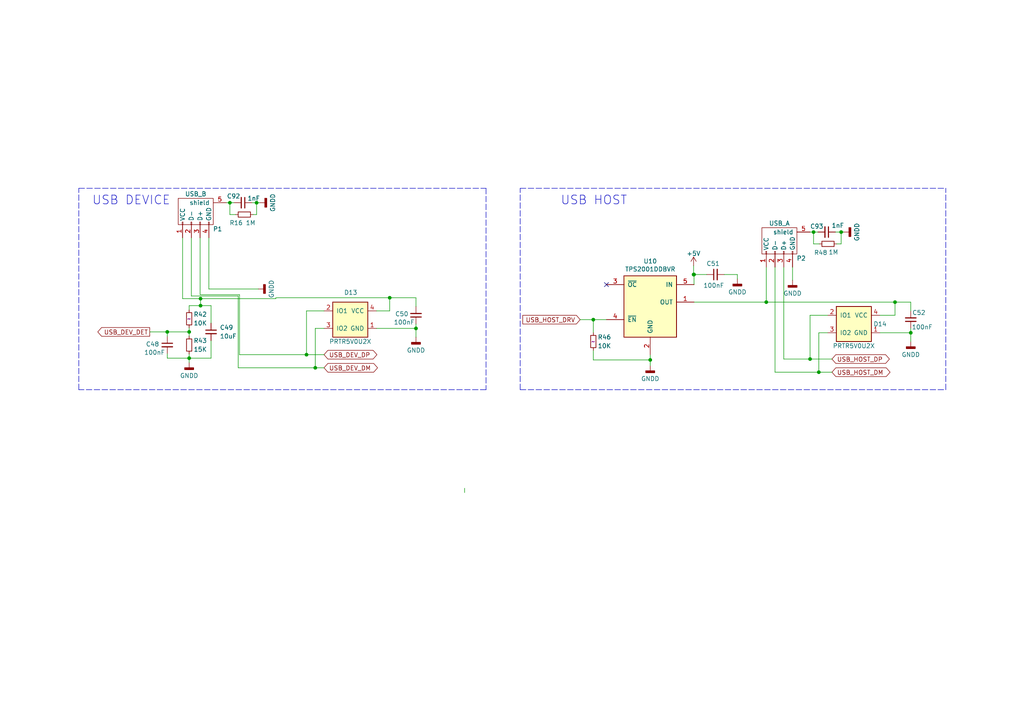
<source format=kicad_sch>
(kicad_sch (version 20211123) (generator eeschema)
  (paper "A4")
  (title_block (title "MOD Dwarf - Main Board") (date "2021-09-06") (rev "3.0") (company "MOD Devices GmbH") (comment 1 "Dwarf Audio processing board") (comment 2 "https://github.com/moddevices/hw-mod-dwarf") (comment 3 "Inp Power: 12V 500mA") (comment 4 "USB outp Power: 500mA"))
  (lib_symbols
    (symbol "Power_Management:TPS2041B" (pin_names (offset 1.016))
      (property "Reference" "U" (at 0 10.795 0))
      (property "Value" "TPS2041B" (at 0 8.89 0))
      (symbol "TPS2041B_0_1"
        (rectangle (start -7.62 7.62) (end 7.62 -10.16) (stroke (width 0.254)) (fill (type background)))
      )
      (symbol "TPS2041B_1_1"
        (pin power_out line (at 12.7 0 180) (length 5.08) (name "OUT") (number "1"))
        (pin power_in line (at 0 -15.24 90) (length 5.08) (name "GND") (number "2"))
        (pin open_collector line (at -12.7 5.08 0) (length 5.08) (name "~{OC}") (number "3"))
        (pin input line (at -12.7 -5.08 0) (length 5.08) (name "~{EN}") (number "4"))
        (pin power_in line (at 12.7 5.08 180) (length 5.08) (name "IN") (number "5"))
      )
    )
    (symbol "bottom-board-rescue:+5V-power" (power) (pin_names (offset 0))
      (property "Value" "+5V-power" (at 0 3.556 0))
      (symbol "+5V-power_0_1"
        (polyline (pts (xy -0.762 1.27) (xy 0 2.54)))
        (polyline (pts (xy 0 0) (xy 0 2.54)))
        (polyline (pts (xy 0 2.54) (xy 0.762 1.27)))
      )
      (symbol "+5V-power_1_1"
        (pin power_in line (at 0 0 90) (length 0) hide (name "+5V") (number "1"))
      )
    )
    (symbol "bottom-board-rescue:C_Small" (pin_numbers hide) (pin_names (offset 0.254) hide)
      (property "Reference" "C" (at 0.254 1.778 0))
      (property "Value" "C_Small" (at 0.254 -2.032 0))
      (symbol "C_Small_0_1"
        (polyline (pts (xy -1.524 -0.508) (xy 1.524 -0.508)) (stroke (width 0.3302)))
        (polyline (pts (xy -1.524 0.508) (xy 1.524 0.508)) (stroke (width 0.3048)))
      )
      (symbol "C_Small_1_1"
        (pin passive line (at 0 2.54 270) (length 2.032) (name "~") (number "1"))
        (pin passive line (at 0 -2.54 90) (length 2.032) (name "~") (number "2"))
      )
    )
    (symbol "bottom-board-rescue:GNDD-power" (power) (pin_names (offset 0))
      (property "Value" "GNDD-power" (at 0 -3.175 0))
      (symbol "GNDD-power_0_1"
        (rectangle (start -1.27 -1.524) (end 1.27 -2.032) (stroke (width 0.254)) (fill (type outline)))
        (polyline (pts (xy 0 0) (xy 0 -1.524)))
      )
      (symbol "GNDD-power_1_1"
        (pin power_in line (at 0 0 270) (length 0) hide (name "GNDD") (number "1"))
      )
    )
    (symbol "bottom-board-rescue:PRTR5V0U2X" (pin_names (offset 1.016))
      (property "Reference" "D" (at 0 6.35 0))
      (property "Value" "PRTR5V0U2X" (at 0 -6.35 0))
      (symbol "PRTR5V0U2X_0_1"
        (rectangle (start -5.08 5.08) (end 5.08 -5.08) (stroke (width 0.254)) (fill (type background)))
      )
      (symbol "PRTR5V0U2X_1_1"
        (pin power_in line (at -7.62 -2.54 0) (length 2.54) (name "GND") (number "1"))
        (pin passive line (at 7.62 2.54 180) (length 2.54) (name "IO1") (number "2"))
        (pin passive line (at 7.62 -2.54 180) (length 2.54) (name "IO2") (number "3"))
        (pin power_in line (at -7.62 2.54 0) (length 2.54) (name "VCC") (number "4"))
      )
    )
    (symbol "bottom-board-rescue:R_Small" (pin_numbers hide) (pin_names (offset 0.254) hide)
      (property "Reference" "R" (at 0.762 0.508 0))
      (property "Value" "R_Small" (at 0.762 -1.016 0))
      (symbol "R_Small_0_1"
        (rectangle (start -0.762 1.778) (end 0.762 -1.778) (stroke (width 0.2032)))
      )
      (symbol "R_Small_1_1"
        (pin passive line (at 0 2.54 270) (length 0.762) (name "~") (number "1"))
        (pin passive line (at 0 -2.54 90) (length 0.762) (name "~") (number "2"))
      )
    )
    (symbol "bottom-board-rescue:R_Small-Device" (pin_numbers hide) (pin_names (offset 0.254) hide)
      (property "Reference" "R" (at 0.762 0.508 0))
      (property "Value" "R_Small-Device" (at 0.762 -1.016 0))
      (symbol "R_Small-Device_0_1"
        (rectangle (start -0.762 1.778) (end 0.762 -1.778) (stroke (width 0.2032)))
      )
      (symbol "R_Small-Device_1_1"
        (pin passive line (at 0 2.54 270) (length 0.762) (name "~") (number "1"))
        (pin passive line (at 0 -2.54 90) (length 0.762) (name "~") (number "2"))
      )
    )
    (symbol "bottom-board-rescue:USB_A-RESCUE-bottom-board" (pin_names (offset 1.016))
      (property "Reference" "P" (at 5.08 -5.08 0))
      (property "Value" "USB_A-RESCUE-bottom-board" (at -1.27 5.08 0))
      (symbol "USB_A-RESCUE-bottom-board_0_1"
        (rectangle (start -6.35 -3.81) (end 3.81 3.81))
        (rectangle (start -5.207 -3.81) (end -4.953 -3.048))
        (rectangle (start -2.667 -3.81) (end -2.413 -3.048))
        (rectangle (start -0.127 -3.81) (end 0.127 -3.048))
        (rectangle (start 2.413 -3.81) (end 2.667 -3.048))
      )
      (symbol "USB_A-RESCUE-bottom-board_1_1"
        (pin power_in line (at -5.08 -7.62 90) (length 3.81) (name "VCC") (number "1"))
        (pin passive line (at -2.54 -7.62 90) (length 3.81) (name "D-") (number "2"))
        (pin passive line (at 0 -7.62 90) (length 3.81) (name "D+") (number "3"))
        (pin power_in line (at 2.54 -7.62 90) (length 3.81) (name "GND") (number "4"))
        (pin passive line (at 7.62 2.54 180) (length 3.81) (name "shield") (number "5"))
      )
    )
    (symbol "bottom-board-rescue:USB_B-RESCUE-bottom-board" (pin_names (offset 1.016))
      (property "Reference" "P" (at 5.08 -5.08 0))
      (property "Value" "USB_B-RESCUE-bottom-board" (at -1.27 5.08 0))
      (symbol "USB_B-RESCUE-bottom-board_0_1"
        (rectangle (start -6.35 -3.81) (end 3.81 3.81))
        (rectangle (start -5.207 -3.81) (end -4.953 -3.048))
        (rectangle (start -2.667 -3.81) (end -2.413 -3.048))
        (rectangle (start -0.127 -3.81) (end 0.127 -3.048))
        (rectangle (start 2.413 -3.81) (end 2.667 -3.048))
      )
      (symbol "USB_B-RESCUE-bottom-board_1_1"
        (pin power_out line (at -5.08 -7.62 90) (length 3.81) (name "VCC") (number "1"))
        (pin passive line (at -2.54 -7.62 90) (length 3.81) (name "D-") (number "2"))
        (pin passive line (at 0 -7.62 90) (length 3.81) (name "D+") (number "3"))
        (pin power_in line (at 2.54 -7.62 90) (length 3.81) (name "GND") (number "4"))
        (pin passive line (at 7.62 2.54 180) (length 3.81) (name "shield") (number "5"))
      )
    )
  )
  (junction (at 237.49 107.95))
  (junction (at 120.65 95.25))
  (junction (at 54.864 96.266))
  (junction (at 235.966 67.31))
  (junction (at 201.295 79.629))
  (junction (at 91.44 106.68))
  (junction (at 243.967 67.31))
  (junction (at 201.168 79.629))
  (junction (at 259.588 87.63))
  (junction (at 74.422 58.801))
  (junction (at 222.25 87.63))
  (junction (at 54.864 103.886))
  (junction (at 58.166 86.614))
  (junction (at 234.95 104.14))
  (junction (at 172.085 92.71))
  (junction (at 188.595 104.394))
  (junction (at 88.9 102.87))
  (junction (at 113.03 86.36))
  (junction (at 48.514 96.266))
  (junction (at 58.166 88.646))
  (junction (at 264.16 96.52))
  (junction (at 66.675 58.801))
  (no_connect (at 175.895 82.55))
  (wire (pts (xy 234.95 91.44) (xy 234.95 104.14)))
  (polyline (pts (xy 150.876 113.03) (xy 150.876 54.61)))
  (wire (pts (xy 109.22 95.25) (xy 120.65 95.25)))
  (wire (pts (xy 74.422 62.23) (xy 74.422 58.801)))
  (wire (pts (xy 61.214 103.886) (xy 61.214 98.806)))
  (wire (pts (xy 80.01 86.614) (xy 80.01 86.36)))
  (wire (pts (xy 172.085 104.394) (xy 188.595 104.394)))
  (wire (pts (xy 234.95 67.31) (xy 235.966 67.31)))
  (wire (pts (xy 54.864 103.886) (xy 54.864 105.156)))
  (wire (pts (xy 113.03 86.36) (xy 120.65 86.36)))
  (polyline (pts (xy 150.876 113.03) (xy 274.32 113.03)))
  (wire (pts (xy 109.22 90.17) (xy 113.03 90.17)))
  (wire (pts (xy 91.44 106.68) (xy 93.98 106.68)))
  (polyline (pts (xy 22.86 54.61) (xy 140.97 54.61)))
  (wire (pts (xy 120.65 93.98) (xy 120.65 95.25)))
  (wire (pts (xy 222.25 87.63) (xy 259.588 87.63)))
  (wire (pts (xy 224.79 77.47) (xy 224.79 107.95)))
  (wire (pts (xy 54.864 102.616) (xy 54.864 103.886)))
  (wire (pts (xy 58.039 68.961) (xy 58.039 85.471)))
  (wire (pts (xy 224.79 107.95) (xy 237.49 107.95)))
  (wire (pts (xy 58.166 86.614) (xy 80.01 86.614)))
  (polyline (pts (xy 150.876 54.61) (xy 274.32 54.61)))
  (wire (pts (xy 48.514 102.616) (xy 48.514 103.886)))
  (wire (pts (xy 61.214 88.646) (xy 61.214 93.726)))
  (wire (pts (xy 73.406 62.23) (xy 74.422 62.23)))
  (wire (pts (xy 88.9 90.17) (xy 88.9 102.87)))
  (wire (pts (xy 55.499 85.852) (xy 69.088 85.852)))
  (polyline (pts (xy 274.32 113.03) (xy 274.32 54.61)))
  (wire (pts (xy 58.166 88.646) (xy 61.214 88.646)))
  (wire (pts (xy 48.514 96.266) (xy 54.864 96.266)))
  (polyline (pts (xy 22.86 113.03) (xy 22.86 54.61)))
  (wire (pts (xy 48.514 103.886) (xy 54.864 103.886)))
  (wire (pts (xy 264.16 95.25) (xy 264.16 96.52)))
  (wire (pts (xy 69.088 85.852) (xy 69.088 106.68)))
  (wire (pts (xy 229.87 77.47) (xy 229.87 81.28)))
  (wire (pts (xy 55.499 68.961) (xy 55.499 85.852)))
  (wire (pts (xy 227.33 104.14) (xy 234.95 104.14)))
  (wire (pts (xy 234.95 104.14) (xy 241.3 104.14)))
  (wire (pts (xy 69.088 106.68) (xy 91.44 106.68)))
  (wire (pts (xy 88.9 102.87) (xy 93.98 102.87)))
  (wire (pts (xy 264.16 87.63) (xy 264.16 90.17)))
  (wire (pts (xy 222.25 77.47) (xy 222.25 87.63)))
  (wire (pts (xy 235.966 70.739) (xy 235.966 67.31)))
  (wire (pts (xy 58.166 86.614) (xy 58.166 88.646)))
  (wire (pts (xy 201.168 79.629) (xy 201.295 79.629)))
  (wire (pts (xy 69.469 102.87) (xy 88.9 102.87)))
  (wire (pts (xy 201.295 87.63) (xy 222.25 87.63)))
  (wire (pts (xy 227.33 104.14) (xy 227.33 77.47)))
  (wire (pts (xy 52.959 68.961) (xy 52.959 86.614)))
  (wire (pts (xy 201.295 82.55) (xy 201.295 79.629)))
  (wire (pts (xy 242.697 70.739) (xy 243.967 70.739)))
  (wire (pts (xy 80.01 86.36) (xy 113.03 86.36)))
  (wire (pts (xy 73.025 58.801) (xy 74.422 58.801)))
  (wire (pts (xy 54.864 94.996) (xy 54.864 96.266)))
  (wire (pts (xy 54.864 96.266) (xy 54.864 97.536)))
  (wire (pts (xy 201.168 77.089) (xy 201.168 79.629)))
  (wire (pts (xy 188.595 104.394) (xy 188.595 102.87)))
  (wire (pts (xy 60.579 83.82) (xy 74.93 83.82)))
  (wire (pts (xy 172.085 101.6) (xy 172.085 104.394)))
  (wire (pts (xy 43.434 96.266) (xy 48.514 96.266)))
  (wire (pts (xy 235.966 67.31) (xy 237.236 67.31)))
  (wire (pts (xy 168.275 92.71) (xy 172.085 92.71)))
  (wire (pts (xy 120.65 86.36) (xy 120.65 88.9)))
  (polyline (pts (xy 140.97 54.61) (xy 140.97 113.03)))
  (wire (pts (xy 264.16 96.52) (xy 264.16 99.06)))
  (wire (pts (xy 240.03 96.52) (xy 237.49 96.52)))
  (wire (pts (xy 243.967 70.739) (xy 243.967 67.31)))
  (wire (pts (xy 93.98 95.25) (xy 91.44 95.25)))
  (polyline (pts (xy 140.97 113.03) (xy 22.86 113.03)))
  (wire (pts (xy 88.9 90.17) (xy 93.98 90.17)))
  (wire (pts (xy 210.058 79.629) (xy 213.868 79.629)))
  (wire (pts (xy 65.659 58.801) (xy 66.675 58.801)))
  (wire (pts (xy 54.864 88.646) (xy 58.166 88.646)))
  (wire (pts (xy 74.422 58.801) (xy 75.311 58.801)))
  (wire (pts (xy 69.469 85.471) (xy 69.469 102.87)))
  (wire (pts (xy 91.44 95.25) (xy 91.44 106.68)))
  (wire (pts (xy 134.747 141.605) (xy 134.747 142.875)))
  (wire (pts (xy 60.579 68.961) (xy 60.579 83.82)))
  (wire (pts (xy 237.49 96.52) (xy 237.49 107.95)))
  (wire (pts (xy 242.316 67.31) (xy 243.967 67.31)))
  (wire (pts (xy 52.959 86.614) (xy 58.166 86.614)))
  (wire (pts (xy 66.675 58.801) (xy 67.945 58.801)))
  (wire (pts (xy 120.65 95.25) (xy 120.65 97.79)))
  (wire (pts (xy 255.27 96.52) (xy 264.16 96.52)))
  (wire (pts (xy 201.295 79.629) (xy 204.978 79.629)))
  (wire (pts (xy 237.49 107.95) (xy 241.3 107.95)))
  (wire (pts (xy 172.085 96.52) (xy 172.085 92.71)))
  (wire (pts (xy 259.588 91.44) (xy 259.588 87.63)))
  (wire (pts (xy 66.675 62.23) (xy 66.675 58.801)))
  (wire (pts (xy 234.95 91.44) (xy 240.03 91.44)))
  (wire (pts (xy 255.27 91.44) (xy 259.588 91.44)))
  (wire (pts (xy 237.617 70.739) (xy 235.966 70.739)))
  (wire (pts (xy 54.864 88.646) (xy 54.864 89.916)))
  (wire (pts (xy 68.326 62.23) (xy 66.675 62.23)))
  (wire (pts (xy 48.514 97.536) (xy 48.514 96.266)))
  (wire (pts (xy 259.588 87.63) (xy 264.16 87.63)))
  (wire (pts (xy 172.085 92.71) (xy 175.895 92.71)))
  (wire (pts (xy 113.03 90.17) (xy 113.03 86.36)))
  (wire (pts (xy 58.039 85.471) (xy 69.469 85.471)))
  (wire (pts (xy 213.868 79.629) (xy 213.868 80.899)))
  (wire (pts (xy 54.864 103.886) (xy 61.214 103.886)))
  (wire (pts (xy 188.595 106.045) (xy 188.595 104.394)))
  (wire (pts (xy 243.967 67.31) (xy 244.729 67.31)))
  (text "USB DEVICE" (at 26.67 59.69 0) (effects (font (size 2.54 2.54)) (justify left bottom)))
  (text "USB HOST" (at 162.56 59.69 0) (effects (font (size 2.54 2.54)) (justify left bottom)))
  (global_label "USB_DEV_DET" (shape output) (at 43.434 96.266 180) (property "Intersheet References" "${INTERSHEET_REFS}" (effects hide)))
  (global_label "USB_DEV_DM" (shape bidirectional) (at 93.98 106.68 0) (property "Intersheet References" "${INTERSHEET_REFS}" (effects hide)))
  (global_label "USB_HOST_DP" (shape bidirectional) (at 241.3 104.14 0) (property "Intersheet References" "${INTERSHEET_REFS}" (effects hide)))
  (global_label "USB_HOST_DM" (shape bidirectional) (at 241.3 107.95 0) (property "Intersheet References" "${INTERSHEET_REFS}" (effects hide)))
  (global_label "USB_HOST_DRV" (shape input) (at 168.275 92.71 180) (property "Intersheet References" "${INTERSHEET_REFS}" (effects hide)))
  (global_label "USB_DEV_DP" (shape bidirectional) (at 93.98 102.87 0) (property "Intersheet References" "${INTERSHEET_REFS}" (effects hide)))
  (symbol (lib_id "bottom-board-rescue:R_Small") (at 172.085 99.06 0) (unit 1)
    (property "Reference" "R46" (at 173.355 97.79 0) (effects (justify left)))
    (property "Value" "10K" (at 173.355 100.33 0) (effects (justify left)))
    (property "Footprint" "Resistor_SMD:R_0603_1608Metric" (effects hide))
    (property "Datasheet" "~" (at 172.085 99.06 0) (effects (font (size 1.524 1.524))))
    (property "MPN" "RR0816P-103-D" (effects hide))
  )
  (symbol (lib_id "bottom-board-rescue:GNDD-power") (at 188.595 106.045 0) (unit 1)
    (property "Reference" "#PWR0180" (effects hide))
    (property "Value" "GNDD" (at 188.595 109.855 0))
  )
  (symbol (lib_id "bottom-board-rescue:C_Small") (at 207.518 79.629 90) (unit 1)
    (property "Reference" "C51" (at 208.788 76.454 90) (effects (justify left)))
    (property "Value" "100nF" (at 210.058 82.804 90) (effects (justify left)))
    (property "Footprint" "Capacitor_SMD:C_0603_1608Metric" (effects hide))
    (property "MPN" "GCM188R71C104KA37D" (effects hide))
  )
  (symbol (lib_id "bottom-board-rescue:+5V-power") (at 201.168 77.089 0) (unit 1)
    (property "Reference" "#PWR0181" (effects hide))
    (property "Value" "+5V" (at 201.168 73.533 0))
  )
  (symbol (lib_id "bottom-board-rescue:GNDD-power") (at 213.868 80.899 0) (unit 1)
    (property "Reference" "#PWR0182" (effects hide))
    (property "Value" "GNDD" (at 213.868 84.709 0))
  )
  (symbol (lib_id "bottom-board-rescue:PRTR5V0U2X") (at 101.6 92.71 0) (mirror y) (unit 1)
    (property "Reference" "D13" (at 101.727 84.836 0))
    (property "Value" "PRTR5V0U2X" (at 101.6 99.06 0))
    (property "Footprint" "Package_TO_SOT_SMD:SOT-143" (effects hide))
    (property "MPN" "PRTR5V0U2X,215" (effects hide))
  )
  (symbol (lib_id "bottom-board-rescue:GNDD-power") (at 75.311 58.801 90) (unit 1)
    (property "Reference" "#PWR0175" (effects hide))
    (property "Value" "GNDD" (at 79.121 58.801 0))
  )
  (symbol (lib_id "bottom-board-rescue:R_Small") (at 54.864 92.456 0) (unit 1)
    (property "Reference" "R42" (at 56.134 91.186 0) (effects (justify left)))
    (property "Value" "10K" (at 56.134 93.726 0) (effects (justify left)))
    (property "Footprint" "Resistor_SMD:R_0603_1608Metric" (effects hide))
    (property "Datasheet" "~" (at 54.864 92.456 0) (effects (font (size 1.524 1.524))))
    (property "MPN" "RR0816P-103-D" (effects hide))
  )
  (symbol (lib_id "bottom-board-rescue:R_Small") (at 54.864 100.076 0) (unit 1)
    (property "Reference" "R43" (at 56.134 98.806 0) (effects (justify left)))
    (property "Value" "15K" (at 56.134 101.346 0) (effects (justify left)))
    (property "Footprint" "Resistor_SMD:R_0603_1608Metric" (effects hide))
    (property "MPN" "RMCF0603JT15K0" (effects hide))
  )
  (symbol (lib_id "bottom-board-rescue:C_Small") (at 48.514 100.076 0) (unit 1)
    (property "Reference" "C48" (at 42.291 99.822 0) (effects (justify left)))
    (property "Value" "100nF" (at 41.783 102.235 0) (effects (justify left)))
    (property "Footprint" "Capacitor_SMD:C_0603_1608Metric" (effects hide))
    (property "MPN" "GCM188R71C104KA37D" (effects hide))
  )
  (symbol (lib_id "bottom-board-rescue:GNDD-power") (at 54.864 105.156 0) (unit 1)
    (property "Reference" "#PWR0176" (effects hide))
    (property "Value" "GNDD" (at 54.864 108.966 0))
  )
  (symbol (lib_id "bottom-board-rescue:C_Small") (at 120.65 91.44 180) (unit 1)
    (property "Reference" "C50" (at 118.491 91.059 0) (effects (justify left)))
    (property "Value" "100nF" (at 120.269 93.472 0) (effects (justify left)))
    (property "Footprint" "Capacitor_SMD:C_0603_1608Metric" (effects hide))
    (property "MPN" "GCM188R71C104KA37D" (effects hide))
  )
  (symbol (lib_id "bottom-board-rescue:GNDD-power") (at 120.65 97.79 0) (unit 1)
    (property "Reference" "#PWR0177" (effects hide))
    (property "Value" "GNDD" (at 120.65 101.6 0))
  )
  (symbol (lib_id "bottom-board-rescue:GNDD-power") (at 229.87 81.28 0) (unit 1)
    (property "Reference" "#PWR0178" (effects hide))
    (property "Value" "GNDD" (at 229.87 85.09 0))
  )
  (symbol (lib_id "bottom-board-rescue:GNDD-power") (at 244.729 67.31 90) (unit 1)
    (property "Reference" "#PWR0179" (effects hide))
    (property "Value" "GNDD" (at 248.539 67.31 0))
  )
  (symbol (lib_id "bottom-board-rescue:C_Small") (at 61.214 96.266 0) (unit 1)
    (property "Reference" "C49" (at 63.754 94.996 0) (effects (justify left)))
    (property "Value" "10uF" (at 63.754 97.536 0) (effects (justify left)))
    (property "Footprint" "Capacitor_SMD:C_0805_2012Metric" (effects hide))
    (property "MPN" "GRM219R61E106KA12D" (effects hide))
  )
  (symbol (lib_id "bottom-board-rescue:PRTR5V0U2X") (at 247.65 93.98 0) (mirror y) (unit 1)
    (property "Reference" "D14" (at 255.27 93.98 0))
    (property "Value" "PRTR5V0U2X" (at 247.65 100.33 0))
    (property "Footprint" "Package_TO_SOT_SMD:SOT-143" (effects hide))
    (property "MPN" "PRTR5V0U2X,215" (effects hide))
  )
  (symbol (lib_id "bottom-board-rescue:C_Small") (at 264.16 92.71 180) (unit 1)
    (property "Reference" "C52" (at 268.478 90.678 0) (effects (justify left)))
    (property "Value" "100nF" (at 270.51 94.869 0) (effects (justify left)))
    (property "Footprint" "Capacitor_SMD:C_0603_1608Metric" (effects hide))
    (property "MPN" "GCM188R71C104KA37D" (effects hide))
  )
  (symbol (lib_id "bottom-board-rescue:GNDD-power") (at 264.16 99.06 0) (unit 1)
    (property "Reference" "#PWR0183" (effects hide))
    (property "Value" "GNDD" (at 264.16 102.87 0))
  )
  (symbol (lib_id "bottom-board-rescue:USB_B-RESCUE-bottom-board") (at 58.039 61.341 0) (unit 1)
    (property "Reference" "P1" (at 63.119 66.421 0))
    (property "Value" "USB_B" (at 56.769 56.261 0))
    (property "Footprint" "Connector_USB:USB_B_OST_USB-B1HSxx_Horizontal" (effects hide))
    (property "MPN" "61729-1011BLF" (effects hide))
  )
  (symbol (lib_id "bottom-board-rescue:USB_A-RESCUE-bottom-board") (at 227.33 69.85 0) (unit 1)
    (property "Reference" "P2" (at 232.41 74.93 0))
    (property "Value" "USB_A" (at 226.06 64.77 0))
    (property "Footprint" "Uno:USB_A_Vertical" (effects hide))
    (property "MPN" "KUSBX-SLAS1N-B" (effects hide))
  )
  (symbol (lib_id "bottom-board-rescue:GNDD-power") (at 74.93 83.82 90) (unit 1)
    (property "Reference" "#PWR0208" (effects hide))
    (property "Value" "GNDD" (at 78.74 83.82 0))
  )
  (symbol (lib_id "bottom-board-rescue:C_Small") (at 70.485 58.801 270) (unit 1)
    (property "Reference" "C92" (at 65.786 56.896 90) (effects (justify left)))
    (property "Value" "1nF" (at 71.755 57.531 90) (effects (justify left)))
    (property "Footprint" "Capacitor_SMD:C_0603_1608Metric" (effects hide))
    (property "MPN" "C0603X7R500-102KNP" (effects hide))
  )
  (symbol (lib_id "bottom-board-rescue:R_Small-Device") (at 70.866 62.23 90) (unit 1)
    (property "Reference" "R16" (at 66.548 64.643 90) (effects (justify right)))
    (property "Value" "1M" (at 71.247 64.643 90) (effects (justify right)))
    (property "Footprint" "Resistor_SMD:R_0603_1608Metric" (effects hide))
    (property "MPN" "RT0603BRD071ML" (effects hide))
  )
  (symbol (lib_id "bottom-board-rescue:C_Small") (at 239.776 67.31 270) (unit 1)
    (property "Reference" "C93" (at 234.95 65.659 90) (effects (justify left)))
    (property "Value" "1nF" (at 241.173 65.405 90) (effects (justify left)))
    (property "Footprint" "Capacitor_SMD:C_0603_1608Metric" (effects hide))
    (property "MPN" "C0603X7R500-102KNP" (effects hide))
  )
  (symbol (lib_id "bottom-board-rescue:R_Small-Device") (at 240.157 70.739 90) (unit 1)
    (property "Reference" "R48" (at 236.093 73.279 90) (effects (justify right)))
    (property "Value" "1M" (at 240.284 73.152 90) (effects (justify right)))
    (property "Footprint" "Resistor_SMD:R_0603_1608Metric" (effects hide))
    (property "MPN" "RT0603BRD071ML" (effects hide))
  )
  (symbol (lib_id "Power_Management:TPS2041B") (at 188.595 87.63 0) (unit 1)
    (property "Reference" "U10" (at 188.595 75.7682 0))
    (property "Value" "TPS2001DDBVR" (at 188.595 78.0796 0))
    (property "Footprint" "Package_TO_SOT_SMD:SOT-23-5" (effects hide))
    (property "Datasheet" "http://www.ti.com/lit/ds/symlink/tps2041.pdf" (effects hide))
    (property "MPN" "TPS2001DDBVR" (effects hide))
  )
)
</source>
